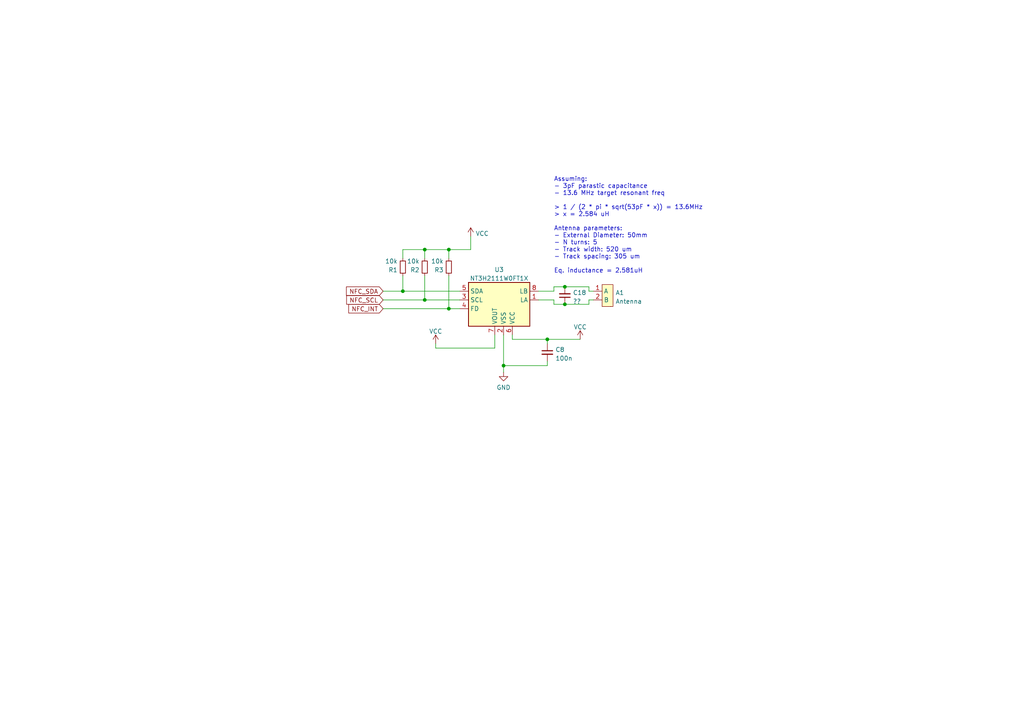
<source format=kicad_sch>
(kicad_sch (version 20230121) (generator eeschema)
  (paper "A4")
  (lib_symbols
    (symbol "Device:C_Small" (pin_numbers hide) (pin_names (offset 0.254) hide)
      (property "Reference" "C" (at 0.254 1.778 0))
      (property "Value" "C_Small" (at 0.254 -2.032 0))
      (symbol "C_Small_0_1"
        (polyline (pts (xy -1.524 -0.508) (xy 1.524 -0.508)) (stroke (width 0.3302)))
        (polyline (pts (xy -1.524 0.508) (xy 1.524 0.508)) (stroke (width 0.3048)))
      )
      (symbol "C_Small_1_1"
        (pin passive line (at 0 2.54 270) (length 2.032) (name "~") (number "1"))
        (pin passive line (at 0 -2.54 90) (length 2.032) (name "~") (number "2"))
      )
    )
    (symbol "Device:R_Small" (pin_numbers hide) (pin_names (offset 0.254) hide)
      (property "Reference" "R" (at 0.762 0.508 0))
      (property "Value" "R_Small" (at 0.762 -1.016 0))
      (symbol "R_Small_0_1"
        (rectangle (start -0.762 1.778) (end 0.762 -1.778) (stroke (width 0.2032)))
      )
      (symbol "R_Small_1_1"
        (pin passive line (at 0 2.54 270) (length 0.762) (name "~") (number "1"))
        (pin passive line (at 0 -2.54 90) (length 0.762) (name "~") (number "2"))
      )
    )
    (symbol "Symbols:Antenna"
      (property "Reference" "A" (at 2.54 4.445 0))
      (property "Value" "Antenna" (at 1.905 -4.445 0))
      (symbol "Antenna_0_1"
        (rectangle (start 0 3.175) (end 3.175 -3.175) (stroke (width 0.1524)) (fill (type background)))
        (rectangle (start 2.54 -3.175) (end 2.54 -3.175) (stroke (width 0.1524)))
      )
      (symbol "Antenna_1_1"
        (pin passive line (at -2.54 1.27 0) (length 2.54) (name "A") (number "1"))
        (pin passive line (at -2.54 -1.27 0) (length 2.54) (name "B") (number "2"))
      )
    )
    (symbol "Symbols:NT3H2X11"
      (property "Reference" "U" (at -10.16 6.35 0))
      (property "Value" "NT3H2X11" (at 7.62 6.35 0))
      (symbol "NT3H2X11_0_1"
        (rectangle (start -10.16 5.08) (end 7.62 -7.62) (stroke (width 0.254)) (fill (type background)))
      )
      (symbol "NT3H2X11_1_1"
        (pin passive line (at 10.16 0 180) (length 2.54) (name "LA") (number "1"))
        (pin power_in line (at 0 -10.16 90) (length 2.54) (name "VSS") (number "2"))
        (pin input line (at -12.7 0 0) (length 2.54) (name "SCL") (number "3"))
        (pin output line (at -12.7 -2.54 0) (length 2.54) (name "FD") (number "4"))
        (pin bidirectional line (at -12.7 2.54 0) (length 2.54) (name "SDA") (number "5"))
        (pin power_in line (at 2.54 -10.16 90) (length 2.54) (name "VCC") (number "6"))
        (pin power_out line (at -2.54 -10.16 90) (length 2.54) (name "VOUT") (number "7"))
        (pin passive line (at 10.16 2.54 180) (length 2.54) (name "LB") (number "8"))
      )
    )
    (symbol "power:GND" (power) (pin_names (offset 0))
      (property "Value" "GND" (at 0 -3.81 0))
      (symbol "GND_0_1"
        (polyline (pts (xy 0 0) (xy 0 -1.27) (xy 1.27 -1.27) (xy 0 -2.54) (xy -1.27 -1.27) (xy 0 -1.27)))
      )
      (symbol "GND_1_1"
        (pin power_in line (at 0 0 270) (length 0) hide (name "GND") (number "1"))
      )
    )
    (symbol "power:VCC" (power) (pin_names (offset 0))
      (property "Value" "VCC" (at 0 3.81 0))
      (symbol "VCC_0_1"
        (polyline (pts (xy -0.762 1.27) (xy 0 2.54)))
        (polyline (pts (xy 0 0) (xy 0 2.54)))
        (polyline (pts (xy 0 2.54) (xy 0.762 1.27)))
      )
      (symbol "VCC_1_1"
        (pin power_in line (at 0 0 90) (length 0) hide (name "VCC") (number "1"))
      )
    )
  )
  (junction (at 123.19 72.39))
  (junction (at 130.175 89.535))
  (junction (at 130.175 72.39))
  (junction (at 123.19 86.995))
  (junction (at 146.05 106.045))
  (junction (at 158.75 98.425))
  (junction (at 163.83 83.185))
  (junction (at 163.83 88.265))
  (junction (at 116.84 84.455))
  (wire (pts (xy 170.815 86.995) (xy 172.085 86.995)))
  (wire (pts (xy 160.655 86.995) (xy 160.655 88.265)))
  (wire (pts (xy 111.125 86.995) (xy 123.19 86.995)))
  (wire (pts (xy 116.84 72.39) (xy 116.84 74.93)))
  (wire (pts (xy 163.83 83.185) (xy 170.815 83.185)))
  (wire (pts (xy 160.655 88.265) (xy 163.83 88.265)))
  (wire (pts (xy 170.815 84.455) (xy 172.085 84.455)))
  (wire (pts (xy 160.655 83.185) (xy 163.83 83.185)))
  (wire (pts (xy 111.125 89.535) (xy 130.175 89.535)))
  (wire (pts (xy 123.19 80.01) (xy 123.19 86.995)))
  (wire (pts (xy 158.75 106.045) (xy 158.75 104.775)))
  (wire (pts (xy 148.59 97.155) (xy 148.59 98.425)))
  (wire (pts (xy 130.175 72.39) (xy 136.525 72.39)))
  (wire (pts (xy 130.175 72.39) (xy 123.19 72.39)))
  (wire (pts (xy 148.59 98.425) (xy 158.75 98.425)))
  (wire (pts (xy 123.19 72.39) (xy 123.19 74.93)))
  (wire (pts (xy 146.05 106.045) (xy 146.05 107.95)))
  (wire (pts (xy 158.75 98.425) (xy 158.75 99.695)))
  (wire (pts (xy 136.525 68.58) (xy 136.525 72.39)))
  (wire (pts (xy 160.655 84.455) (xy 160.655 83.185)))
  (wire (pts (xy 146.05 97.155) (xy 146.05 106.045)))
  (wire (pts (xy 130.175 74.93) (xy 130.175 72.39)))
  (wire (pts (xy 130.175 80.01) (xy 130.175 89.535)))
  (wire (pts (xy 143.51 97.155) (xy 143.51 100.965)))
  (wire (pts (xy 156.21 86.995) (xy 160.655 86.995)))
  (wire (pts (xy 170.815 88.265) (xy 170.815 86.995)))
  (wire (pts (xy 163.83 88.265) (xy 170.815 88.265)))
  (wire (pts (xy 126.365 100.965) (xy 143.51 100.965)))
  (wire (pts (xy 130.175 89.535) (xy 133.35 89.535)))
  (wire (pts (xy 123.19 86.995) (xy 133.35 86.995)))
  (wire (pts (xy 158.75 98.425) (xy 168.275 98.425)))
  (wire (pts (xy 170.815 83.185) (xy 170.815 84.455)))
  (wire (pts (xy 156.21 84.455) (xy 160.655 84.455)))
  (wire (pts (xy 123.19 72.39) (xy 116.84 72.39)))
  (wire (pts (xy 116.84 80.01) (xy 116.84 84.455)))
  (wire (pts (xy 116.84 84.455) (xy 133.35 84.455)))
  (wire (pts (xy 146.05 106.045) (xy 158.75 106.045)))
  (wire (pts (xy 111.125 84.455) (xy 116.84 84.455)))
  (wire (pts (xy 126.365 99.695) (xy 126.365 100.965)))
  (text "Assuming:\n- 3pF parastic capacitance\n- 13.6 MHz target resonant freq\n\n> 1 / (2 * pi * sqrt(53pF * x)) = 13.6MHz\n> x = 2.584 uH\n\nAntenna parameters:\n- External Diameter: 50mm\n- N turns: 5\n- Track width: 520 um\n- Track spacing: 305 um\n\nEq. inductance = 2.581uH" (at 160.655 79.375 0) (effects (font (size 1.27 1.27)) (justify left bottom)))
  (global_label "NFC_INT" (shape input) (at 111.125 89.535 180) (property "Intersheetrefs" "${INTERSHEET_REFS}" (effects hide)))
  (global_label "NFC_SDA" (shape input) (at 111.125 84.455 180) (property "Intersheetrefs" "${INTERSHEET_REFS}" (effects hide)))
  (global_label "NFC_SCL" (shape input) (at 111.125 86.995 180) (property "Intersheetrefs" "${INTERSHEET_REFS}" (effects hide)))
  (symbol (lib_id "power:VCC") (at 168.275 98.425 0) (unit 1)
    (property "Reference" "#PWR0108" (effects hide))
    (property "Value" "VCC" (at 168.275 94.8492 0))
  )
  (symbol (lib_id "Device:C_Small") (at 158.75 102.235 0) (unit 1)
    (property "Reference" "C8" (at 161.0741 101.4066 0) (effects (justify left)))
    (property "Value" "100n" (at 161.0741 103.9435 0) (effects (justify left)))
    (property "Footprint" "Capacitor_SMD:C_0603_1608Metric" (effects hide))
  )
  (symbol (lib_id "power:GND") (at 146.05 107.95 0) (unit 1)
    (property "Reference" "#PWR0106" (effects hide))
    (property "Value" "GND" (at 146.05 112.3934 0))
  )
  (symbol (lib_id "Device:R_Small") (at 123.19 77.47 180) (unit 1)
    (property "Reference" "R2" (at 121.6914 78.3047 0) (effects (justify left)))
    (property "Value" "10k" (at 121.6914 75.7678 0) (effects (justify left)))
    (property "Footprint" "Resistor_SMD:R_0603_1608Metric" (effects hide))
  )
  (symbol (lib_id "Symbols:Antenna") (at 174.625 85.725 0) (unit 1) (in_bom no)
    (property "Reference" "A1" (at 178.5112 84.8903 0) (effects (justify left)))
    (property "Value" "Antenna" (at 178.5112 87.4272 0) (effects (justify left)))
    (property "Footprint" "Footprints:Antenna-Round-13.8MHz-53pF-Class3-50mm" (effects hide))
  )
  (symbol (lib_id "power:VCC") (at 136.525 68.58 0) (unit 1)
    (property "Reference" "#PWR0105" (effects hide))
    (property "Value" "VCC" (at 137.922 67.7438 0) (effects (justify left)))
  )
  (symbol (lib_id "power:VCC") (at 126.365 99.695 0) (unit 1)
    (property "Reference" "#PWR0123" (effects hide))
    (property "Value" "VCC" (at 126.365 96.1192 0))
  )
  (symbol (lib_id "Symbols:NT3H2X11") (at 146.05 86.995 0) (unit 1)
    (property "Reference" "U3" (at 144.78 78.2152 0))
    (property "Value" "NT3H2111W0FT1X" (at 144.78 80.7521 0))
    (property "Footprint" "Footprints:SOT96-1" (effects hide))
  )
  (symbol (lib_id "Device:R_Small") (at 130.175 77.47 180) (unit 1)
    (property "Reference" "R3" (at 128.6764 78.3047 0) (effects (justify left)))
    (property "Value" "10k" (at 128.6764 75.7678 0) (effects (justify left)))
    (property "Footprint" "Resistor_SMD:R_0603_1608Metric" (effects hide))
  )
  (symbol (lib_id "Device:C_Small") (at 163.83 85.725 180) (unit 1) (in_bom no)
    (property "Reference" "C18" (at 166.1541 84.8839 0) (effects (justify right)))
    (property "Value" "??" (at 166.1541 87.4208 0) (effects (justify right)))
    (property "Footprint" "Capacitor_SMD:C_0603_1608Metric" (effects hide))
  )
  (symbol (lib_id "Device:R_Small") (at 116.84 77.47 180) (unit 1)
    (property "Reference" "R1" (at 115.3414 78.3047 0) (effects (justify left)))
    (property "Value" "10k" (at 115.3414 75.7678 0) (effects (justify left)))
    (property "Footprint" "Resistor_SMD:R_0603_1608Metric" (effects hide))
  )
)
</source>
